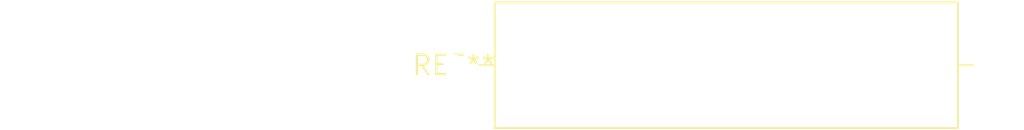
<source format=kicad_pcb>
(kicad_pcb (version 20240108) (generator pcbnew)
  (layers (0 "F.Cu" signal) (31 "B.Cu" signal) (34 "B.Paste" user) (35 "F.Paste" user) (36 "B.SilkS" user "B.Silkscreen") (37 "F.SilkS" user "F.Silkscreen") (38 "B.Mask" user) (39 "F.Mask" user) (44 "Edge.Cuts" user))
  (net 0 "")
  (footprint "L_Axial_L30.0mm_D8.0mm_P35.56mm_Horizontal_Fastron_77A" (layer "F.Cu") (at 0 0)
    (property "Reference" "REF**")
    (property "Value" "L_Axial_L30.0mm_D8.0mm_P35.56mm_Horizontal_Fastron_77A")
    (fp_line (start 1.64 0) (end 2.66 0) (layer "F.SilkS") (stroke (width 0.12)))
    (fp_line (start 2.66 -4.12) (end 2.66 4.12) (layer "F.SilkS") (stroke (width 0.12)))
    (fp_line (start 2.66 4.12) (end 32.9 4.12) (layer "F.SilkS") (stroke (width 0.12)))
    (fp_line (start 32.9 -4.12) (end 2.66 -4.12) (layer "F.SilkS") (stroke (width 0.12)))
    (fp_line (start 32.9 4.12) (end 32.9 -4.12) (layer "F.SilkS") (stroke (width 0.12)))
    (fp_line (start 33.92 0) (end 32.9 0) (layer "F.SilkS") (stroke (width 0.12)))
    (pad "1" thru_hole circle (at 0 0) (size 2.8 2.8) (drill 1.4) (layers *.Cu *.Mask) (remove_unused_layers))
    (pad "2" thru_hole oval (at 35.56 0) (size 2.8 2.8) (drill 1.4) (layers *.Cu *.Mask) (remove_unused_layers))
  )
)
</source>
